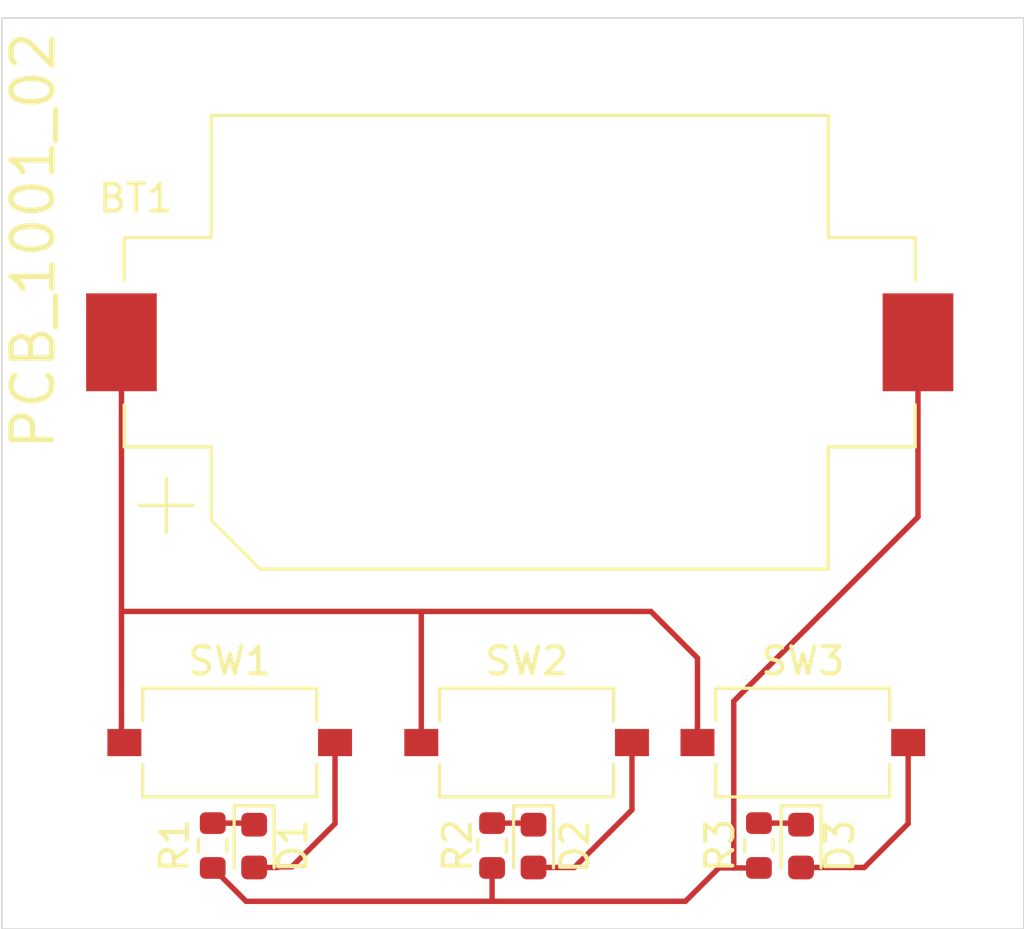
<source format=kicad_pcb>
(kicad_pcb (version 20240108) (generator "pcbnew") (generator_version "8.0")
  (title_block (title "PCB_1001: Three Button LED Circuit") (date "2025-03-28") (rev "01"))
  (layers (0 "F.Cu" signal) (31 "B.Cu" signal) (34 "B.Paste" user) (35 "F.Paste" user) (36 "B.SilkS" user "B.Silkscreen") (37 "F.SilkS" user "F.Silkscreen") (38 "B.Mask" user) (39 "F.Mask" user) (44 "Edge.Cuts" user))
  (net 0 "")
  (net 1 "Net-(BT1-+)")
  (net 2 "Net-(BT1--)")
  (net 3 "Net-(D1-A)")
  (net 4 "Net-(D1-K)")
  (net 5 "Net-(D2-A)")
  (net 6 "Net-(D2-K)")
  (net 7 "Net-(D3-K)")
  (net 8 "Net-(D3-A)")
  (footprint "LED_SMD:LED_0603_1608Metric" (layer "F.Cu") (at 143.256 108.966 -90)
    (property "Reference" "D2" (at 0.023 -1.524 90) (layer "F.SilkS"))
    (property "Value" "LED")
    (fp_line (start -1.485 0.735) (end 0.8 0.735) (stroke (width 0.12)) (layer "F.SilkS"))
    (fp_line (start -1.485 -0.735) (end -1.485 0.735) (stroke (width 0.12)) (layer "F.SilkS"))
    (fp_line (start 0.8 -0.735) (end -1.485 -0.735) (stroke (width 0.12)) (layer "F.SilkS"))
    (pad "1" smd roundrect (at -0.7875 0 270) (size 0.875 0.95) (layers "F.Cu" "F.Paste" "F.Mask") (net 6 "Net-(D2-K)"))
    (pad "2" smd roundrect (at 0.7875 0 270) (size 0.875 0.95) (layers "F.Cu" "F.Paste" "F.Mask") (net 5 "Net-(D2-A)"))
  )
  (footprint "Button_Switch_SMD:SW_Tactile_SPST_NO_Straight_CK_PTS636Sx25SMTRLFS" (layer "F.Cu") (at 143.002 105.156)
    (property "Reference" "SW2" (at 0 -3 0) (layer "F.SilkS"))
    (property "Value" "SW_MEC_5G_edit")
    (fp_line (start -3.2 -2) (end -3.2 -0.8) (stroke (width 0.12)) (layer "F.SilkS"))
    (fp_line (start -3.2 0.8) (end -3.2 2) (stroke (width 0.12)) (layer "F.SilkS"))
    (fp_line (start -3.2 2) (end 3.2 2) (stroke (width 0.12)) (layer "F.SilkS"))
    (fp_line (start 3.2 -2) (end -3.2 -2) (stroke (width 0.12)) (layer "F.SilkS"))
    (fp_line (start 3.2 -0.8) (end 3.2 -2) (stroke (width 0.12)) (layer "F.SilkS"))
    (fp_line (start 3.2 2) (end 3.2 0.8) (stroke (width 0.12)) (layer "F.SilkS"))
    (pad "1" smd rect (at -3.875 0) (size 1.25 1) (layers "F.Cu" "F.Paste" "F.Mask") (net 1 "Net-(BT1-+)"))
    (pad "2" smd rect (at 3.875 0) (size 1.25 1) (layers "F.Cu" "F.Paste" "F.Mask") (net 5 "Net-(D2-A)"))
  )
  (footprint "LED_SMD:LED_0603_1608Metric" (layer "F.Cu") (at 153.097 108.966 -90)
    (property "Reference" "D3" (at 0 -1.43 90) (layer "F.SilkS"))
    (property "Value" "LED")
    (fp_line (start -1.485 0.735) (end 0.8 0.735) (stroke (width 0.12)) (layer "F.SilkS"))
    (fp_line (start -1.485 -0.735) (end -1.485 0.735) (stroke (width 0.12)) (layer "F.SilkS"))
    (fp_line (start 0.8 -0.735) (end -1.485 -0.735) (stroke (width 0.12)) (layer "F.SilkS"))
    (pad "1" smd roundrect (at -0.7875 0 270) (size 0.875 0.95) (layers "F.Cu" "F.Paste" "F.Mask") (net 7 "Net-(D3-K)"))
    (pad "2" smd roundrect (at 0.7875 0 270) (size 0.875 0.95) (layers "F.Cu" "F.Paste" "F.Mask") (net 8 "Net-(D3-A)"))
  )
  (footprint "LED_SMD:LED_0603_1608Metric" (layer "F.Cu") (at 132.979 108.966 -90)
    (property "Reference" "D1" (at 0 -1.43 90) (layer "F.SilkS"))
    (property "Value" "LED")
    (fp_line (start -1.485 0.735) (end 0.8 0.735) (stroke (width 0.12)) (layer "F.SilkS"))
    (fp_line (start -1.485 -0.735) (end -1.485 0.735) (stroke (width 0.12)) (layer "F.SilkS"))
    (fp_line (start 0.8 -0.735) (end -1.485 -0.735) (stroke (width 0.12)) (layer "F.SilkS"))
    (pad "1" smd roundrect (at -0.7875 0 270) (size 0.875 0.95) (layers "F.Cu" "F.Paste" "F.Mask") (net 4 "Net-(D1-K)"))
    (pad "2" smd roundrect (at 0.7875 0 270) (size 0.875 0.95) (layers "F.Cu" "F.Paste" "F.Mask") (net 3 "Net-(D1-A)"))
  )
  (footprint "Button_Switch_SMD:SW_Tactile_SPST_NO_Straight_CK_PTS636Sx25SMTRLFS" (layer "F.Cu") (at 153.162 105.156)
    (property "Reference" "SW3" (at 0 -3 0) (layer "F.SilkS"))
    (property "Value" "SW_MEC_5G_edit")
    (fp_line (start -3.2 -2) (end -3.2 -0.8) (stroke (width 0.12)) (layer "F.SilkS"))
    (fp_line (start -3.2 0.8) (end -3.2 2) (stroke (width 0.12)) (layer "F.SilkS"))
    (fp_line (start -3.2 2) (end 3.2 2) (stroke (width 0.12)) (layer "F.SilkS"))
    (fp_line (start 3.2 -2) (end -3.2 -2) (stroke (width 0.12)) (layer "F.SilkS"))
    (fp_line (start 3.2 -0.8) (end 3.2 -2) (stroke (width 0.12)) (layer "F.SilkS"))
    (fp_line (start 3.2 2) (end 3.2 0.8) (stroke (width 0.12)) (layer "F.SilkS"))
    (pad "1" smd rect (at -3.875 0) (size 1.25 1) (layers "F.Cu" "F.Paste" "F.Mask") (net 1 "Net-(BT1-+)"))
    (pad "2" smd rect (at 3.875 0) (size 1.25 1) (layers "F.Cu" "F.Paste" "F.Mask") (net 8 "Net-(D3-A)"))
  )
  (footprint "Battery:BatteryHolder_Keystone_1060_1x2032" (layer "F.Cu") (at 142.748 90.424)
    (property "Reference" "BT1" (at -14.125 -5.3 0) (layer "F.SilkS"))
    (property "Value" "Battery_Cell")
    (fp_line (start -14.55 -3.85) (end -14.55 -2.3) (stroke (width 0.12)) (layer "F.SilkS"))
    (fp_line (start -14.55 3.85) (end -14.55 2.3) (stroke (width 0.12)) (layer "F.SilkS"))
    (fp_line (start -13 5) (end -13 7) (stroke (width 0.12)) (layer "F.SilkS"))
    (fp_line (start -12 6) (end -14 6) (stroke (width 0.12)) (layer "F.SilkS"))
    (fp_line (start -11.35 -8.35) (end -11.35 -3.85) (stroke (width 0.12)) (layer "F.SilkS"))
    (fp_line (start -11.35 -8.35) (end 11.35 -8.35) (stroke (width 0.12)) (layer "F.SilkS"))
    (fp_line (start -11.35 -3.85) (end -14.55 -3.85) (stroke (width 0.12)) (layer "F.SilkS"))
    (fp_line (start -11.35 3.85) (end -14.55 3.85) (stroke (width 0.12)) (layer "F.SilkS"))
    (fp_line (start -11.35 6.55) (end -11.35 3.85) (stroke (width 0.12)) (layer "F.SilkS"))
    (fp_line (start -9.55 8.35) (end -11.35 6.55) (stroke (width 0.12)) (layer "F.SilkS"))
    (fp_line (start 11.35 -8.35) (end 11.35 -3.85) (stroke (width 0.12)) (layer "F.SilkS"))
    (fp_line (start 11.35 -3.85) (end 14.55 -3.85) (stroke (width 0.12)) (layer "F.SilkS"))
    (fp_line (start 11.35 3.85) (end 14.55 3.85) (stroke (width 0.12)) (layer "F.SilkS"))
    (fp_line (start 11.35 8.35) (end -9.55 8.35) (stroke (width 0.12)) (layer "F.SilkS"))
    (fp_line (start 11.35 8.35) (end 11.35 3.85) (stroke (width 0.12)) (layer "F.SilkS"))
    (fp_line (start 14.55 -3.85) (end 14.55 -2.3) (stroke (width 0.12)) (layer "F.SilkS"))
    (fp_line (start 14.55 3.85) (end 14.55 2.3) (stroke (width 0.12)) (layer "F.SilkS"))
    (pad "1" smd rect (at -14.65 0 180) (size 2.6 3.6) (layers "F.Cu" "F.Paste" "F.Mask") (net 1 "Net-(BT1-+)"))
    (pad "2" smd rect (at 14.65 0 180) (size 2.6 3.6) (layers "F.Cu" "F.Paste" "F.Mask") (net 2 "Net-(BT1--)"))
  )
  (footprint "Resistor_SMD:R_0603_1608Metric" (layer "F.Cu") (at 141.732 108.946 -90)
    (property "Reference" "R2" (at 0 1.27 90) (layer "F.SilkS"))
    (property "Value" "330R")
    (fp_line (start -0.237258 0.5225) (end 0.237258 0.5225) (stroke (width 0.12)) (layer "F.SilkS"))
    (fp_line (start -0.237258 -0.5225) (end 0.237258 -0.5225) (stroke (width 0.12)) (layer "F.SilkS"))
    (pad "1" smd roundrect (at -0.825 0 270) (size 0.8 0.95) (layers "F.Cu" "F.Paste" "F.Mask") (net 6 "Net-(D2-K)"))
    (pad "2" smd roundrect (at 0.825 0 270) (size 0.8 0.95) (layers "F.Cu" "F.Paste" "F.Mask") (net 2 "Net-(BT1--)"))
  )
  (footprint "Resistor_SMD:R_0603_1608Metric" (layer "F.Cu") (at 151.5475 108.946 -90)
    (property "Reference" "R3" (at 0 1.4335 90) (layer "F.SilkS"))
    (property "Value" "330R")
    (fp_line (start -0.237258 0.5225) (end 0.237258 0.5225) (stroke (width 0.12)) (layer "F.SilkS"))
    (fp_line (start -0.237258 -0.5225) (end 0.237258 -0.5225) (stroke (width 0.12)) (layer "F.SilkS"))
    (pad "1" smd roundrect (at -0.825 0 270) (size 0.8 0.95) (layers "F.Cu" "F.Paste" "F.Mask") (net 7 "Net-(D3-K)"))
    (pad "2" smd roundrect (at 0.825 0 270) (size 0.8 0.95) (layers "F.Cu" "F.Paste" "F.Mask") (net 2 "Net-(BT1--)"))
  )
  (footprint "Resistor_SMD:R_0603_1608Metric" (layer "F.Cu") (at 131.455 108.946 -90)
    (property "Reference" "R1" (at 0 1.407 90) (layer "F.SilkS"))
    (property "Value" "330R")
    (fp_line (start -0.237258 0.5225) (end 0.237258 0.5225) (stroke (width 0.12)) (layer "F.SilkS"))
    (fp_line (start -0.237258 -0.5225) (end 0.237258 -0.5225) (stroke (width 0.12)) (layer "F.SilkS"))
    (pad "1" smd roundrect (at -0.825 0 270) (size 0.8 0.95) (layers "F.Cu" "F.Paste" "F.Mask") (net 4 "Net-(D1-K)"))
    (pad "2" smd roundrect (at 0.825 0 270) (size 0.8 0.95) (layers "F.Cu" "F.Paste" "F.Mask") (net 2 "Net-(BT1--)"))
  )
  (footprint "Button_Switch_SMD:SW_Tactile_SPST_NO_Straight_CK_PTS636Sx25SMTRLFS" (layer "F.Cu") (at 132.08 105.156)
    (property "Reference" "SW1" (at 0 -3 0) (layer "F.SilkS"))
    (property "Value" "SW_MEC_5G_edit")
    (fp_line (start -3.2 -2) (end -3.2 -0.8) (stroke (width 0.12)) (layer "F.SilkS"))
    (fp_line (start -3.2 0.8) (end -3.2 2) (stroke (width 0.12)) (layer "F.SilkS"))
    (fp_line (start -3.2 2) (end 3.2 2) (stroke (width 0.12)) (layer "F.SilkS"))
    (fp_line (start 3.2 -2) (end -3.2 -2) (stroke (width 0.12)) (layer "F.SilkS"))
    (fp_line (start 3.2 -0.8) (end 3.2 -2) (stroke (width 0.12)) (layer "F.SilkS"))
    (fp_line (start 3.2 2) (end 3.2 0.8) (stroke (width 0.12)) (layer "F.SilkS"))
    (pad "1" smd rect (at -3.875 0) (size 1.25 1) (layers "F.Cu" "F.Paste" "F.Mask") (net 1 "Net-(BT1-+)"))
    (pad "2" smd rect (at 3.875 0) (size 1.25 1) (layers "F.Cu" "F.Paste" "F.Mask") (net 3 "Net-(D1-A)"))
  )
  (gr_rect (start 123.698 78.486) (end 161.29 112.014) (stroke (width 0.05)) (fill none) (layer "Edge.Cuts"))
  (gr_text "PCB_1001_02" (at 125.73 94.488 90) (layer "F.SilkS") (effects (font (size 1.5 1.5) (thickness 0.2)) (justify left bottom)))
  (segment (start 139.192 100.33) (end 139.127 100.395) (width 0.2) (layer "F.Cu") (net 1))
  (segment (start 149.287 102.043) (end 149.287 105.156) (width 0.2) (layer "F.Cu") (net 1))
  (segment (start 128.098 100.33) (end 128.098 105.049) (width 0.2) (layer "F.Cu") (net 1))
  (segment (start 138.938 100.33) (end 147.574 100.33) (width 0.2) (layer "F.Cu") (net 1))
  (segment (start 139.127 100.395) (end 139.127 105.156) (width 0.2) (layer "F.Cu") (net 1))
  (segment (start 147.574 100.33) (end 149.287 102.043) (width 0.2) (layer "F.Cu") (net 1))
  (segment (start 128.098 100.33) (end 138.938 100.33) (width 0.2) (layer "F.Cu") (net 1))
  (segment (start 128.098 90.424) (end 128.098 100.33) (width 0.2) (layer "F.Cu") (net 1))
  (segment (start 128.098 105.049) (end 128.205 105.156) (width 0.2) (layer "F.Cu") (net 1))
  (segment (start 138.938 100.33) (end 139.192 100.33) (width 0.2) (layer "F.Cu") (net 1))
  (segment (start 141.732 109.771) (end 141.732 110.998) (width 0.2) (layer "F.Cu") (net 2))
  (segment (start 157.398 96.856) (end 150.622 103.632) (width 0.2) (layer "F.Cu") (net 2))
  (segment (start 131.455 109.771) (end 132.682 110.998) (width 0.2) (layer "F.Cu") (net 2))
  (segment (start 150.071 109.771) (end 150.622 109.771) (width 0.2) (layer "F.Cu") (net 2))
  (segment (start 150.622 109.771) (end 151.5475 109.771) (width 0.2) (layer "F.Cu") (net 2))
  (segment (start 132.682 110.998) (end 141.732 110.998) (width 0.2) (layer "F.Cu") (net 2))
  (segment (start 148.844 110.998) (end 150.071 109.771) (width 0.2) (layer "F.Cu") (net 2))
  (segment (start 150.622 103.632) (end 150.622 109.771) (width 0.2) (layer "F.Cu") (net 2))
  (segment (start 157.398 90.424) (end 157.398 96.856) (width 0.2) (layer "F.Cu") (net 2))
  (segment (start 141.732 110.998) (end 148.844 110.998) (width 0.2) (layer "F.Cu") (net 2))
  (segment (start 133.8325 109.7535) (end 132.979 109.7535) (width 0.2) (layer "F.Cu") (net 3))
  (segment (start 134.366 109.728) (end 133.858 109.728) (width 0.2) (layer "F.Cu") (net 3))
  (segment (start 133.858 109.728) (end 133.8325 109.7535) (width 0.2) (layer "F.Cu") (net 3))
  (segment (start 135.955 108.139) (end 134.366 109.728) (width 0.2) (layer "F.Cu") (net 3))
  (segment (start 135.955 105.156) (end 135.955 108.139) (width 0.2) (layer "F.Cu") (net 3))
  (segment (start 132.9215 108.121) (end 132.979 108.1785) (width 0.2) (layer "F.Cu") (net 4))
  (segment (start 131.455 108.121) (end 132.9215 108.121) (width 0.2) (layer "F.Cu") (net 4))
  (segment (start 144.7545 109.7535) (end 146.877 107.631) (width 0.2) (layer "F.Cu") (net 5))
  (segment (start 146.877 107.631) (end 146.877 105.156) (width 0.2) (layer "F.Cu") (net 5))
  (segment (start 143.256 109.7535) (end 144.7545 109.7535) (width 0.2) (layer "F.Cu") (net 5))
  (segment (start 141.732 108.121) (end 143.1985 108.121) (width 0.2) (layer "F.Cu") (net 6))
  (segment (start 143.1985 108.121) (end 143.256 108.1785) (width 0.2) (layer "F.Cu") (net 6))
  (segment (start 151.5475 108.121) (end 153.0395 108.121) (width 0.2) (layer "F.Cu") (net 7))
  (segment (start 153.0395 108.121) (end 153.097 108.1785) (width 0.2) (layer "F.Cu") (net 7))
  (segment (start 155.4225 109.7535) (end 157.037 108.139) (width 0.2) (layer "F.Cu") (net 8))
  (segment (start 153.097 109.7535) (end 155.4225 109.7535) (width 0.2) (layer "F.Cu") (net 8))
  (segment (start 157.037 108.139) (end 157.037 105.156) (width 0.2) (layer "F.Cu") (net 8))
)
</source>
